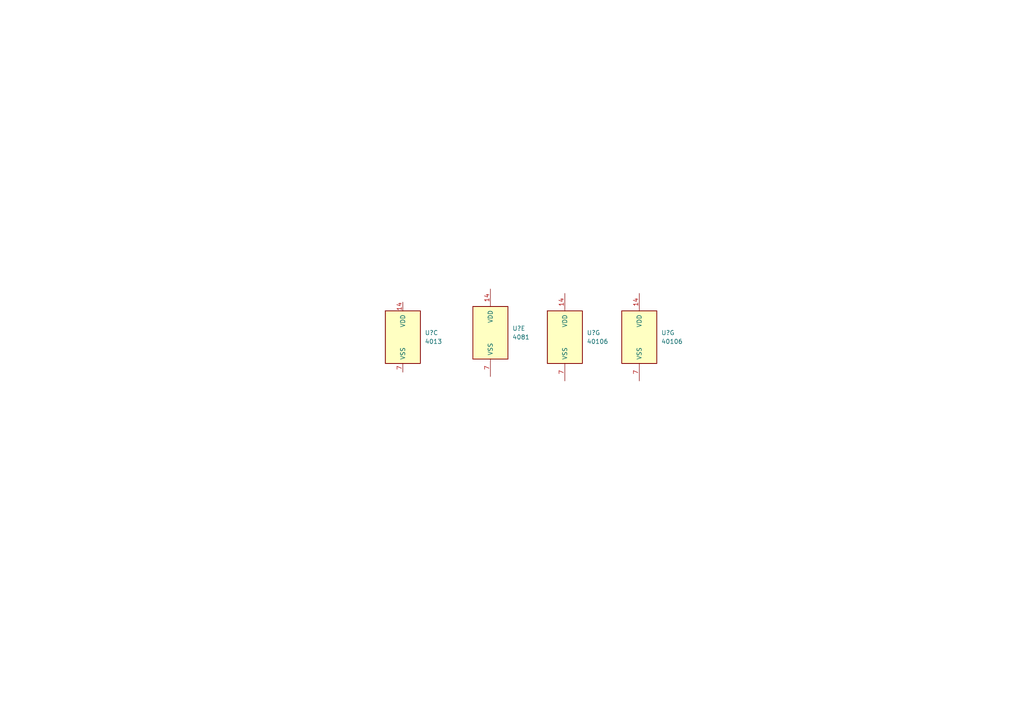
<source format=kicad_sch>
(kicad_sch (version 20211123) (generator eeschema)
  (paper "A4")
  (lib_symbols
    (symbol "4xxx:40106" (pin_names (offset 1.016))
      (property "Reference" "U" (at 0 1.27 0))
      (property "Value" "40106" (at 0 -1.27 0))
      (symbol "40106_1_0"
        (polyline (pts (xy -0.635 -1.27) (xy -0.635 1.27) (xy 0.635 1.27)))
        (polyline (pts (xy -3.81 3.81) (xy -3.81 -3.81) (xy 3.81 0) (xy -3.81 3.81)) (stroke (width 0.254)) (fill (type background)))
        (polyline (pts (xy -1.27 -1.27) (xy 0.635 -1.27) (xy 0.635 1.27) (xy 1.27 1.27)))
        (pin input line (at -7.62 0 0) (length 3.81) (name "~") (number "1"))
        (pin output inverted (at 7.62 0 180) (length 3.81) (name "~") (number "2"))
      )
      (symbol "40106_2_0"
        (polyline (pts (xy -0.635 -1.27) (xy -0.635 1.27) (xy 0.635 1.27)))
        (polyline (pts (xy -3.81 3.81) (xy -3.81 -3.81) (xy 3.81 0) (xy -3.81 3.81)) (stroke (width 0.254)) (fill (type background)))
        (polyline (pts (xy -1.27 -1.27) (xy 0.635 -1.27) (xy 0.635 1.27) (xy 1.27 1.27)))
        (pin input line (at -7.62 0 0) (length 3.81) (name "~") (number "3"))
        (pin output inverted (at 7.62 0 180) (length 3.81) (name "~") (number "4"))
      )
      (symbol "40106_3_0"
        (polyline (pts (xy -0.635 -1.27) (xy -0.635 1.27) (xy 0.635 1.27)))
        (polyline (pts (xy -3.81 3.81) (xy -3.81 -3.81) (xy 3.81 0) (xy -3.81 3.81)) (stroke (width 0.254)) (fill (type background)))
        (polyline (pts (xy -1.27 -1.27) (xy 0.635 -1.27) (xy 0.635 1.27) (xy 1.27 1.27)))
        (pin input line (at -7.62 0 0) (length 3.81) (name "~") (number "5"))
        (pin output inverted (at 7.62 0 180) (length 3.81) (name "~") (number "6"))
      )
      (symbol "40106_4_0"
        (polyline (pts (xy -0.635 -1.27) (xy -0.635 1.27) (xy 0.635 1.27)))
        (polyline (pts (xy -3.81 3.81) (xy -3.81 -3.81) (xy 3.81 0) (xy -3.81 3.81)) (stroke (width 0.254)) (fill (type background)))
        (polyline (pts (xy -1.27 -1.27) (xy 0.635 -1.27) (xy 0.635 1.27) (xy 1.27 1.27)))
        (pin output inverted (at 7.62 0 180) (length 3.81) (name "~") (number "8"))
        (pin input line (at -7.62 0 0) (length 3.81) (name "~") (number "9"))
      )
      (symbol "40106_5_0"
        (polyline (pts (xy -0.635 -1.27) (xy -0.635 1.27) (xy 0.635 1.27)))
        (polyline (pts (xy -3.81 3.81) (xy -3.81 -3.81) (xy 3.81 0) (xy -3.81 3.81)) (stroke (width 0.254)) (fill (type background)))
        (polyline (pts (xy -1.27 -1.27) (xy 0.635 -1.27) (xy 0.635 1.27) (xy 1.27 1.27)))
        (pin output inverted (at 7.62 0 180) (length 3.81) (name "~") (number "10"))
        (pin input line (at -7.62 0 0) (length 3.81) (name "~") (number "11"))
      )
      (symbol "40106_6_0"
        (polyline (pts (xy -0.635 -1.27) (xy -0.635 1.27) (xy 0.635 1.27)))
        (polyline (pts (xy -3.81 3.81) (xy -3.81 -3.81) (xy 3.81 0) (xy -3.81 3.81)) (stroke (width 0.254)) (fill (type background)))
        (polyline (pts (xy -1.27 -1.27) (xy 0.635 -1.27) (xy 0.635 1.27) (xy 1.27 1.27)))
        (pin output inverted (at 7.62 0 180) (length 3.81) (name "~") (number "12"))
        (pin input line (at -7.62 0 0) (length 3.81) (name "~") (number "13"))
      )
      (symbol "40106_7_0"
        (pin power_in line (at 0 12.7 270) (length 5.08) (name "VDD") (number "14"))
        (pin power_in line (at 0 -12.7 90) (length 5.08) (name "VSS") (number "7"))
      )
      (symbol "40106_7_1"
        (rectangle (start -5.08 7.62) (end 5.08 -7.62) (stroke (width 0.254)) (fill (type background)))
      )
    )
    (symbol "4xxx:4013" (pin_names (offset 1.016))
      (property "Reference" "U" (at -7.62 8.89 0))
      (property "Value" "4013" (at -7.62 -8.89 0))
      (symbol "4013_1_1"
        (rectangle (start -5.08 5.08) (end 5.08 -5.08) (stroke (width 0.254)) (fill (type background)))
        (pin output line (at 7.62 2.54 180) (length 2.54) (name "Q") (number "1"))
        (pin output line (at 7.62 -2.54 180) (length 2.54) (name "~{Q}") (number "2"))
        (pin input clock (at -7.62 0 0) (length 2.54) (name "C") (number "3"))
        (pin input line (at 0 -7.62 90) (length 2.54) (name "R") (number "4"))
        (pin input line (at -7.62 2.54 0) (length 2.54) (name "D") (number "5"))
        (pin input line (at 0 7.62 270) (length 2.54) (name "S") (number "6"))
      )
      (symbol "4013_2_1"
        (rectangle (start -5.08 5.08) (end 5.08 -5.08) (stroke (width 0.254)) (fill (type background)))
        (pin input line (at 0 -7.62 90) (length 2.54) (name "R") (number "10"))
        (pin input clock (at -7.62 0 0) (length 2.54) (name "C") (number "11"))
        (pin output line (at 7.62 -2.54 180) (length 2.54) (name "~{Q}") (number "12"))
        (pin output line (at 7.62 2.54 180) (length 2.54) (name "Q") (number "13"))
        (pin input line (at 0 7.62 270) (length 2.54) (name "S") (number "8"))
        (pin input line (at -7.62 2.54 0) (length 2.54) (name "D") (number "9"))
      )
      (symbol "4013_3_0"
        (pin power_in line (at 0 10.16 270) (length 2.54) (name "VDD") (number "14"))
        (pin power_in line (at 0 -10.16 90) (length 2.54) (name "VSS") (number "7"))
      )
      (symbol "4013_3_1"
        (rectangle (start -5.08 7.62) (end 5.08 -7.62) (stroke (width 0.254)) (fill (type background)))
      )
    )
    (symbol "4xxx:4081" (pin_names (offset 1.016))
      (property "Reference" "U" (at 0 1.27 0))
      (property "Value" "4081" (at 0 -1.27 0))
      (symbol "4081_1_1"
        (arc (start 0 -3.81) (mid 3.81 0) (end 0 3.81) (stroke (width 0.254)) (fill (type background)))
        (polyline (pts (xy 0 3.81) (xy -3.81 3.81) (xy -3.81 -3.81) (xy 0 -3.81)) (stroke (width 0.254)) (fill (type background)))
        (pin input line (at -7.62 2.54 0) (length 3.81) (name "~") (number "1"))
        (pin input line (at -7.62 -2.54 0) (length 3.81) (name "~") (number "2"))
        (pin output line (at 7.62 0 180) (length 3.81) (name "~") (number "3"))
      )
      (symbol "4081_1_2"
        (arc (start -3.81 -3.81) (mid -2.589 0) (end -3.81 3.81) (stroke (width 0.254)))
        (arc (start -0.6096 -3.81) (mid 2.1842 -2.5851) (end 3.81 0) (stroke (width 0.254)) (fill (type background)))
        (polyline (pts (xy -3.81 -3.81) (xy -0.635 -3.81)) (stroke (width 0.254)) (fill (type background)))
        (polyline (pts (xy -3.81 3.81) (xy -0.635 3.81)) (stroke (width 0.254)) (fill (type background)))
        (polyline (pts (xy -0.635 3.81) (xy -3.81 3.81) (xy -3.81 3.81) (xy -3.556 3.4036) (xy -3.0226 2.2606) (xy -2.6924 1.0414) (xy -2.6162 -0.254) (xy -2.7686 -1.4986) (xy -3.175 -2.7178) (xy -3.81 -3.81) (xy -3.81 -3.81) (xy -0.635 -3.81)) (stroke (width -25.4)) (fill (type background)))
        (arc (start 3.81 0) (mid 2.1915 2.5936) (end -0.6096 3.81) (stroke (width 0.254)) (fill (type background)))
        (pin input inverted (at -7.62 2.54 0) (length 4.318) (name "~") (number "1"))
        (pin input inverted (at -7.62 -2.54 0) (length 4.318) (name "~") (number "2"))
        (pin output inverted (at 7.62 0 180) (length 3.81) (name "~") (number "3"))
      )
      (symbol "4081_2_1"
        (arc (start 0 -3.81) (mid 3.81 0) (end 0 3.81) (stroke (width 0.254)) (fill (type background)))
        (polyline (pts (xy 0 3.81) (xy -3.81 3.81) (xy -3.81 -3.81) (xy 0 -3.81)) (stroke (width 0.254)) (fill (type background)))
        (pin output line (at 7.62 0 180) (length 3.81) (name "~") (number "4"))
        (pin input line (at -7.62 2.54 0) (length 3.81) (name "~") (number "5"))
        (pin input line (at -7.62 -2.54 0) (length 3.81) (name "~") (number "6"))
      )
      (symbol "4081_2_2"
        (arc (start -3.81 -3.81) (mid -2.589 0) (end -3.81 3.81) (stroke (width 0.254)))
        (arc (start -0.6096 -3.81) (mid 2.1842 -2.5851) (end 3.81 0) (stroke (width 0.254)) (fill (type background)))
        (polyline (pts (xy -3.81 -3.81) (xy -0.635 -3.81)) (stroke (width 0.254)) (fill (type background)))
        (polyline (pts (xy -3.81 3.81) (xy -0.635 3.81)) (stroke (width 0.254)) (fill (type background)))
        (polyline (pts (xy -0.635 3.81) (xy -3.81 3.81) (xy -3.81 3.81) (xy -3.556 3.4036) (xy -3.0226 2.2606) (xy -2.6924 1.0414) (xy -2.6162 -0.254) (xy -2.7686 -1.4986) (xy -3.175 -2.7178) (xy -3.81 -3.81) (xy -3.81 -3.81) (xy -0.635 -3.81)) (stroke (width -25.4)) (fill (type background)))
        (arc (start 3.81 0) (mid 2.1915 2.5936) (end -0.6096 3.81) (stroke (width 0.254)) (fill (type background)))
        (pin output inverted (at 7.62 0 180) (length 3.81) (name "~") (number "4"))
        (pin input inverted (at -7.62 2.54 0) (length 4.318) (name "~") (number "5"))
        (pin input inverted (at -7.62 -2.54 0) (length 4.318) (name "~") (number "6"))
      )
      (symbol "4081_3_1"
        (arc (start 0 -3.81) (mid 3.81 0) (end 0 3.81) (stroke (width 0.254)) (fill (type background)))
        (polyline (pts (xy 0 3.81) (xy -3.81 3.81) (xy -3.81 -3.81) (xy 0 -3.81)) (stroke (width 0.254)) (fill (type background)))
        (pin output line (at 7.62 0 180) (length 3.81) (name "~") (number "10"))
        (pin input line (at -7.62 2.54 0) (length 3.81) (name "~") (number "8"))
        (pin input line (at -7.62 -2.54 0) (length 3.81) (name "~") (number "9"))
      )
      (symbol "4081_3_2"
        (arc (start -3.81 -3.81) (mid -2.589 0) (end -3.81 3.81) (stroke (width 0.254)))
        (arc (start -0.6096 -3.81) (mid 2.1842 -2.5851) (end 3.81 0) (stroke (width 0.254)) (fill (type background)))
        (polyline (pts (xy -3.81 -3.81) (xy -0.635 -3.81)) (stroke (width 0.254)) (fill (type background)))
        (polyline (pts (xy -3.81 3.81) (xy -0.635 3.81)) (stroke (width 0.254)) (fill (type background)))
        (polyline (pts (xy -0.635 3.81) (xy -3.81 3.81) (xy -3.81 3.81) (xy -3.556 3.4036) (xy -3.0226 2.2606) (xy -2.6924 1.0414) (xy -2.6162 -0.254) (xy -2.7686 -1.4986) (xy -3.175 -2.7178) (xy -3.81 -3.81) (xy -3.81 -3.81) (xy -0.635 -3.81)) (stroke (width -25.4)) (fill (type background)))
        (arc (start 3.81 0) (mid 2.1915 2.5936) (end -0.6096 3.81) (stroke (width 0.254)) (fill (type background)))
        (pin output inverted (at 7.62 0 180) (length 3.81) (name "~") (number "10"))
        (pin input inverted (at -7.62 2.54 0) (length 4.318) (name "~") (number "8"))
        (pin input inverted (at -7.62 -2.54 0) (length 4.318) (name "~") (number "9"))
      )
      (symbol "4081_4_1"
        (arc (start 0 -3.81) (mid 3.81 0) (end 0 3.81) (stroke (width 0.254)) (fill (type background)))
        (polyline (pts (xy 0 3.81) (xy -3.81 3.81) (xy -3.81 -3.81) (xy 0 -3.81)) (stroke (width 0.254)) (fill (type background)))
        (pin output line (at 7.62 0 180) (length 3.81) (name "~") (number "11"))
        (pin input line (at -7.62 2.54 0) (length 3.81) (name "~") (number "12"))
        (pin input line (at -7.62 -2.54 0) (length 3.81) (name "~") (number "13"))
      )
      (symbol "4081_4_2"
        (arc (start -3.81 -3.81) (mid -2.589 0) (end -3.81 3.81) (stroke (width 0.254)))
        (arc (start -0.6096 -3.81) (mid 2.1842 -2.5851) (end 3.81 0) (stroke (width 0.254)) (fill (type background)))
        (polyline (pts (xy -3.81 -3.81) (xy -0.635 -3.81)) (stroke (width 0.254)) (fill (type background)))
        (polyline (pts (xy -3.81 3.81) (xy -0.635 3.81)) (stroke (width 0.254)) (fill (type background)))
        (polyline (pts (xy -0.635 3.81) (xy -3.81 3.81) (xy -3.81 3.81) (xy -3.556 3.4036) (xy -3.0226 2.2606) (xy -2.6924 1.0414) (xy -2.6162 -0.254) (xy -2.7686 -1.4986) (xy -3.175 -2.7178) (xy -3.81 -3.81) (xy -3.81 -3.81) (xy -0.635 -3.81)) (stroke (width -25.4)) (fill (type background)))
        (arc (start 3.81 0) (mid 2.1915 2.5936) (end -0.6096 3.81) (stroke (width 0.254)) (fill (type background)))
        (pin output inverted (at 7.62 0 180) (length 3.81) (name "~") (number "11"))
        (pin input inverted (at -7.62 2.54 0) (length 4.318) (name "~") (number "12"))
        (pin input inverted (at -7.62 -2.54 0) (length 4.318) (name "~") (number "13"))
      )
      (symbol "4081_5_0"
        (pin power_in line (at 0 12.7 270) (length 5.08) (name "VDD") (number "14"))
        (pin power_in line (at 0 -12.7 90) (length 5.08) (name "VSS") (number "7"))
      )
      (symbol "4081_5_1"
        (rectangle (start -5.08 7.62) (end 5.08 -7.62) (stroke (width 0.254)) (fill (type background)))
      )
    )
  )
  (symbol (lib_id "4xxx:40106") (at 185.42 97.79 0) (unit 7)
    (property "Reference" "U?" (at 191.77 96.5199 0) (effects (justify left)))
    (property "Value" "40106" (at 191.77 99.0599 0) (effects (justify left)))
    (property "Datasheet" "https://assets.nexperia.com/documents/data-sheet/HEF40106B.pdf" (effects hide))
  )
  (symbol (lib_id "4xxx:4081") (at 142.24 96.52 0) (unit 5)
    (property "Reference" "U?" (at 148.59 95.2499 0) (effects (justify left)))
    (property "Value" "4081" (at 148.59 97.7899 0) (effects (justify left)))
    (property "Datasheet" "http://www.intersil.com/content/dam/Intersil/documents/cd40/cd4073bms-81bms-82bms.pdf" (effects hide))
  )
  (symbol (lib_id "4xxx:40106") (at 163.83 97.79 0) (unit 7)
    (property "Reference" "U?" (at 170.18 96.5199 0) (effects (justify left)))
    (property "Value" "40106" (at 170.18 99.0599 0) (effects (justify left)))
    (property "Datasheet" "https://assets.nexperia.com/documents/data-sheet/HEF40106B.pdf" (effects hide))
  )
  (symbol (lib_id "4xxx:4013") (at 116.84 97.79 0) (unit 3)
    (property "Reference" "U?" (at 123.19 96.5199 0) (effects (justify left)))
    (property "Value" "4013" (at 123.19 99.0599 0) (effects (justify left)))
    (property "Datasheet" "http://www.onsemi.com/pub/Collateral/MC14013B-D.PDF" (effects hide))
  )
)
</source>
